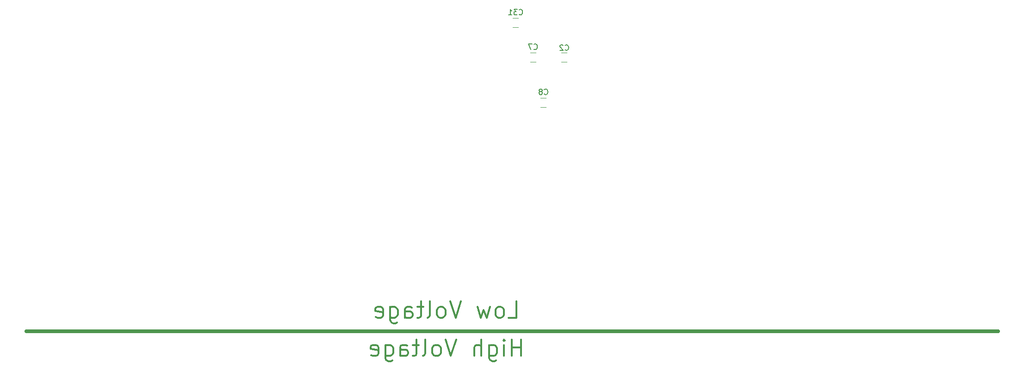
<source format=gbr>
G04 #@! TF.FileFunction,Legend,Bot*
%FSLAX46Y46*%
G04 Gerber Fmt 4.6, Leading zero omitted, Abs format (unit mm)*
G04 Created by KiCad (PCBNEW 4.0.7) date 02/23/18 16:40:34*
%MOMM*%
%LPD*%
G01*
G04 APERTURE LIST*
%ADD10C,0.100000*%
%ADD11C,0.300000*%
%ADD12C,0.700000*%
%ADD13C,0.120000*%
%ADD14C,0.150000*%
G04 APERTURE END LIST*
D10*
D11*
X121029286Y-134707143D02*
X121029286Y-131707143D01*
X121029286Y-133135714D02*
X119315001Y-133135714D01*
X119315001Y-134707143D02*
X119315001Y-131707143D01*
X117886429Y-134707143D02*
X117886429Y-132707143D01*
X117886429Y-131707143D02*
X118029286Y-131850000D01*
X117886429Y-131992857D01*
X117743572Y-131850000D01*
X117886429Y-131707143D01*
X117886429Y-131992857D01*
X115172144Y-132707143D02*
X115172144Y-135135714D01*
X115315001Y-135421429D01*
X115457858Y-135564286D01*
X115743573Y-135707143D01*
X116172144Y-135707143D01*
X116457858Y-135564286D01*
X115172144Y-134564286D02*
X115457858Y-134707143D01*
X116029287Y-134707143D01*
X116315001Y-134564286D01*
X116457858Y-134421429D01*
X116600715Y-134135714D01*
X116600715Y-133278571D01*
X116457858Y-132992857D01*
X116315001Y-132850000D01*
X116029287Y-132707143D01*
X115457858Y-132707143D01*
X115172144Y-132850000D01*
X113743572Y-134707143D02*
X113743572Y-131707143D01*
X112457858Y-134707143D02*
X112457858Y-133135714D01*
X112600715Y-132850000D01*
X112886429Y-132707143D01*
X113315001Y-132707143D01*
X113600715Y-132850000D01*
X113743572Y-132992857D01*
X109172144Y-131707143D02*
X108172144Y-134707143D01*
X107172144Y-131707143D01*
X105743572Y-134707143D02*
X106029286Y-134564286D01*
X106172143Y-134421429D01*
X106315000Y-134135714D01*
X106315000Y-133278571D01*
X106172143Y-132992857D01*
X106029286Y-132850000D01*
X105743572Y-132707143D01*
X105315000Y-132707143D01*
X105029286Y-132850000D01*
X104886429Y-132992857D01*
X104743572Y-133278571D01*
X104743572Y-134135714D01*
X104886429Y-134421429D01*
X105029286Y-134564286D01*
X105315000Y-134707143D01*
X105743572Y-134707143D01*
X103029286Y-134707143D02*
X103315000Y-134564286D01*
X103457857Y-134278571D01*
X103457857Y-131707143D01*
X102315000Y-132707143D02*
X101172143Y-132707143D01*
X101886428Y-131707143D02*
X101886428Y-134278571D01*
X101743571Y-134564286D01*
X101457857Y-134707143D01*
X101172143Y-134707143D01*
X98886428Y-134707143D02*
X98886428Y-133135714D01*
X99029285Y-132850000D01*
X99314999Y-132707143D01*
X99886428Y-132707143D01*
X100172142Y-132850000D01*
X98886428Y-134564286D02*
X99172142Y-134707143D01*
X99886428Y-134707143D01*
X100172142Y-134564286D01*
X100314999Y-134278571D01*
X100314999Y-133992857D01*
X100172142Y-133707143D01*
X99886428Y-133564286D01*
X99172142Y-133564286D01*
X98886428Y-133421429D01*
X96172142Y-132707143D02*
X96172142Y-135135714D01*
X96314999Y-135421429D01*
X96457856Y-135564286D01*
X96743571Y-135707143D01*
X97172142Y-135707143D01*
X97457856Y-135564286D01*
X96172142Y-134564286D02*
X96457856Y-134707143D01*
X97029285Y-134707143D01*
X97314999Y-134564286D01*
X97457856Y-134421429D01*
X97600713Y-134135714D01*
X97600713Y-133278571D01*
X97457856Y-132992857D01*
X97314999Y-132850000D01*
X97029285Y-132707143D01*
X96457856Y-132707143D01*
X96172142Y-132850000D01*
X93600713Y-134564286D02*
X93886427Y-134707143D01*
X94457856Y-134707143D01*
X94743570Y-134564286D01*
X94886427Y-134278571D01*
X94886427Y-133135714D01*
X94743570Y-132850000D01*
X94457856Y-132707143D01*
X93886427Y-132707143D01*
X93600713Y-132850000D01*
X93457856Y-133135714D01*
X93457856Y-133421429D01*
X94886427Y-133707143D01*
X118743572Y-127722143D02*
X120172143Y-127722143D01*
X120172143Y-124722143D01*
X117315001Y-127722143D02*
X117600715Y-127579286D01*
X117743572Y-127436429D01*
X117886429Y-127150714D01*
X117886429Y-126293571D01*
X117743572Y-126007857D01*
X117600715Y-125865000D01*
X117315001Y-125722143D01*
X116886429Y-125722143D01*
X116600715Y-125865000D01*
X116457858Y-126007857D01*
X116315001Y-126293571D01*
X116315001Y-127150714D01*
X116457858Y-127436429D01*
X116600715Y-127579286D01*
X116886429Y-127722143D01*
X117315001Y-127722143D01*
X115315001Y-125722143D02*
X114743572Y-127722143D01*
X114172143Y-126293571D01*
X113600715Y-127722143D01*
X113029286Y-125722143D01*
X110029287Y-124722143D02*
X109029287Y-127722143D01*
X108029287Y-124722143D01*
X106600715Y-127722143D02*
X106886429Y-127579286D01*
X107029286Y-127436429D01*
X107172143Y-127150714D01*
X107172143Y-126293571D01*
X107029286Y-126007857D01*
X106886429Y-125865000D01*
X106600715Y-125722143D01*
X106172143Y-125722143D01*
X105886429Y-125865000D01*
X105743572Y-126007857D01*
X105600715Y-126293571D01*
X105600715Y-127150714D01*
X105743572Y-127436429D01*
X105886429Y-127579286D01*
X106172143Y-127722143D01*
X106600715Y-127722143D01*
X103886429Y-127722143D02*
X104172143Y-127579286D01*
X104315000Y-127293571D01*
X104315000Y-124722143D01*
X103172143Y-125722143D02*
X102029286Y-125722143D01*
X102743571Y-124722143D02*
X102743571Y-127293571D01*
X102600714Y-127579286D01*
X102315000Y-127722143D01*
X102029286Y-127722143D01*
X99743571Y-127722143D02*
X99743571Y-126150714D01*
X99886428Y-125865000D01*
X100172142Y-125722143D01*
X100743571Y-125722143D01*
X101029285Y-125865000D01*
X99743571Y-127579286D02*
X100029285Y-127722143D01*
X100743571Y-127722143D01*
X101029285Y-127579286D01*
X101172142Y-127293571D01*
X101172142Y-127007857D01*
X101029285Y-126722143D01*
X100743571Y-126579286D01*
X100029285Y-126579286D01*
X99743571Y-126436429D01*
X97029285Y-125722143D02*
X97029285Y-128150714D01*
X97172142Y-128436429D01*
X97314999Y-128579286D01*
X97600714Y-128722143D01*
X98029285Y-128722143D01*
X98314999Y-128579286D01*
X97029285Y-127579286D02*
X97314999Y-127722143D01*
X97886428Y-127722143D01*
X98172142Y-127579286D01*
X98314999Y-127436429D01*
X98457856Y-127150714D01*
X98457856Y-126293571D01*
X98314999Y-126007857D01*
X98172142Y-125865000D01*
X97886428Y-125722143D01*
X97314999Y-125722143D01*
X97029285Y-125865000D01*
X94457856Y-127579286D02*
X94743570Y-127722143D01*
X95314999Y-127722143D01*
X95600713Y-127579286D01*
X95743570Y-127293571D01*
X95743570Y-126150714D01*
X95600713Y-125865000D01*
X95314999Y-125722143D01*
X94743570Y-125722143D01*
X94457856Y-125865000D01*
X94314999Y-126150714D01*
X94314999Y-126436429D01*
X95743570Y-126722143D01*
D12*
X208280000Y-130175000D02*
X30480000Y-130175000D01*
D13*
X119515000Y-72810000D02*
X120515000Y-72810000D01*
X120515000Y-74510000D02*
X119515000Y-74510000D01*
X128405000Y-79160000D02*
X129405000Y-79160000D01*
X129405000Y-80860000D02*
X128405000Y-80860000D01*
X123690000Y-80860000D02*
X122690000Y-80860000D01*
X122690000Y-79160000D02*
X123690000Y-79160000D01*
X125595000Y-89115000D02*
X124595000Y-89115000D01*
X124595000Y-87415000D02*
X125595000Y-87415000D01*
D14*
X120657857Y-72112143D02*
X120705476Y-72159762D01*
X120848333Y-72207381D01*
X120943571Y-72207381D01*
X121086429Y-72159762D01*
X121181667Y-72064524D01*
X121229286Y-71969286D01*
X121276905Y-71778810D01*
X121276905Y-71635952D01*
X121229286Y-71445476D01*
X121181667Y-71350238D01*
X121086429Y-71255000D01*
X120943571Y-71207381D01*
X120848333Y-71207381D01*
X120705476Y-71255000D01*
X120657857Y-71302619D01*
X120324524Y-71207381D02*
X119705476Y-71207381D01*
X120038810Y-71588333D01*
X119895952Y-71588333D01*
X119800714Y-71635952D01*
X119753095Y-71683571D01*
X119705476Y-71778810D01*
X119705476Y-72016905D01*
X119753095Y-72112143D01*
X119800714Y-72159762D01*
X119895952Y-72207381D01*
X120181667Y-72207381D01*
X120276905Y-72159762D01*
X120324524Y-72112143D01*
X118753095Y-72207381D02*
X119324524Y-72207381D01*
X119038810Y-72207381D02*
X119038810Y-71207381D01*
X119134048Y-71350238D01*
X119229286Y-71445476D01*
X119324524Y-71493095D01*
X129071666Y-78617143D02*
X129119285Y-78664762D01*
X129262142Y-78712381D01*
X129357380Y-78712381D01*
X129500238Y-78664762D01*
X129595476Y-78569524D01*
X129643095Y-78474286D01*
X129690714Y-78283810D01*
X129690714Y-78140952D01*
X129643095Y-77950476D01*
X129595476Y-77855238D01*
X129500238Y-77760000D01*
X129357380Y-77712381D01*
X129262142Y-77712381D01*
X129119285Y-77760000D01*
X129071666Y-77807619D01*
X128690714Y-77807619D02*
X128643095Y-77760000D01*
X128547857Y-77712381D01*
X128309761Y-77712381D01*
X128214523Y-77760000D01*
X128166904Y-77807619D01*
X128119285Y-77902857D01*
X128119285Y-77998095D01*
X128166904Y-78140952D01*
X128738333Y-78712381D01*
X128119285Y-78712381D01*
X123356666Y-78462143D02*
X123404285Y-78509762D01*
X123547142Y-78557381D01*
X123642380Y-78557381D01*
X123785238Y-78509762D01*
X123880476Y-78414524D01*
X123928095Y-78319286D01*
X123975714Y-78128810D01*
X123975714Y-77985952D01*
X123928095Y-77795476D01*
X123880476Y-77700238D01*
X123785238Y-77605000D01*
X123642380Y-77557381D01*
X123547142Y-77557381D01*
X123404285Y-77605000D01*
X123356666Y-77652619D01*
X123023333Y-77557381D02*
X122356666Y-77557381D01*
X122785238Y-78557381D01*
X125261666Y-86717143D02*
X125309285Y-86764762D01*
X125452142Y-86812381D01*
X125547380Y-86812381D01*
X125690238Y-86764762D01*
X125785476Y-86669524D01*
X125833095Y-86574286D01*
X125880714Y-86383810D01*
X125880714Y-86240952D01*
X125833095Y-86050476D01*
X125785476Y-85955238D01*
X125690238Y-85860000D01*
X125547380Y-85812381D01*
X125452142Y-85812381D01*
X125309285Y-85860000D01*
X125261666Y-85907619D01*
X124690238Y-86240952D02*
X124785476Y-86193333D01*
X124833095Y-86145714D01*
X124880714Y-86050476D01*
X124880714Y-86002857D01*
X124833095Y-85907619D01*
X124785476Y-85860000D01*
X124690238Y-85812381D01*
X124499761Y-85812381D01*
X124404523Y-85860000D01*
X124356904Y-85907619D01*
X124309285Y-86002857D01*
X124309285Y-86050476D01*
X124356904Y-86145714D01*
X124404523Y-86193333D01*
X124499761Y-86240952D01*
X124690238Y-86240952D01*
X124785476Y-86288571D01*
X124833095Y-86336190D01*
X124880714Y-86431429D01*
X124880714Y-86621905D01*
X124833095Y-86717143D01*
X124785476Y-86764762D01*
X124690238Y-86812381D01*
X124499761Y-86812381D01*
X124404523Y-86764762D01*
X124356904Y-86717143D01*
X124309285Y-86621905D01*
X124309285Y-86431429D01*
X124356904Y-86336190D01*
X124404523Y-86288571D01*
X124499761Y-86240952D01*
M02*

</source>
